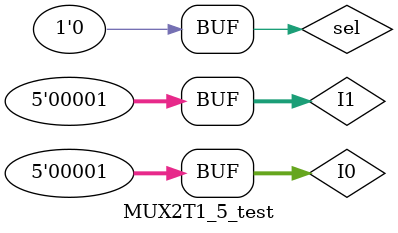
<source format=v>
`timescale 1ns / 1ps


module MUX2T1_5_test;

	// Inputs
	reg [4:0] I0;
	reg [4:0] I1;
	reg sel;

	// Outputs
	wire [4:0] o;

	// Instantiate the Unit Under Test (UUT)
	MUX2T1_5 uut (
		.I0(I0), 
		.I1(I1), 
		.sel(sel), 
		.o(o)
	);

	initial begin
		// Initialize Inputs
		I0 = 0;
		I1 = 0;
		sel = 0;

		// Wait 100 ns for global reset to finish
		#100;
		I0 = 1;
		#100;
		sel = 1;
		#100;
		I1 = 1;
		I0 = 0;
		#100;
		sel = 0;
		#100;
		I1 = 1;
		I0 = 1;
		#100
		sel = 0;
		
        
		// Add stimulus here

	end
      
endmodule


</source>
